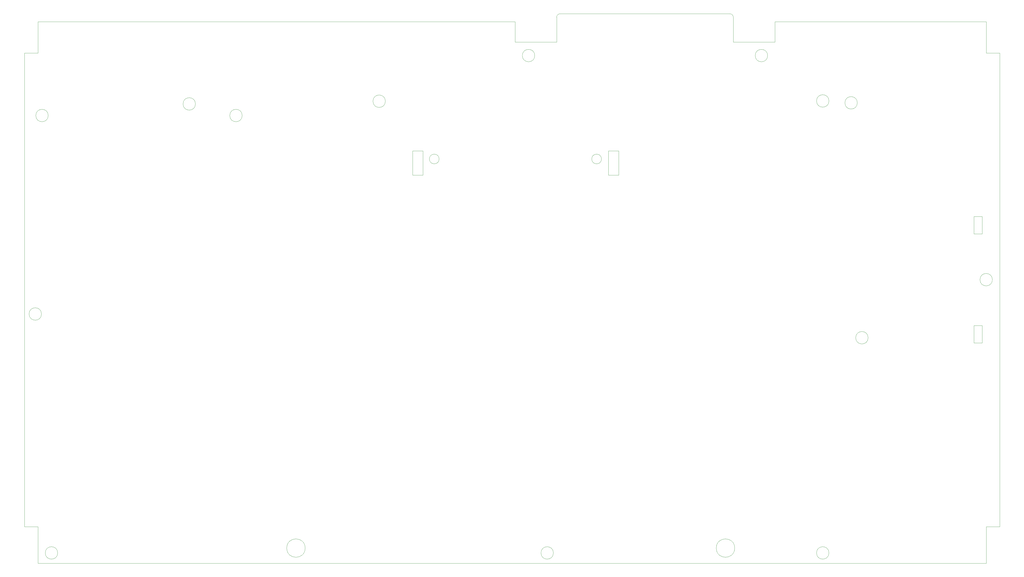
<source format=gm1>
G04 #@! TF.GenerationSoftware,KiCad,Pcbnew,(5.1.9-0-10_14)*
G04 #@! TF.CreationDate,2021-03-15T15:37:22+01:00*
G04 #@! TF.ProjectId,Atari800XL,41746172-6938-4303-9058-4c2e6b696361,rev?*
G04 #@! TF.SameCoordinates,Original*
G04 #@! TF.FileFunction,Profile,NP*
%FSLAX46Y46*%
G04 Gerber Fmt 4.6, Leading zero omitted, Abs format (unit mm)*
G04 Created by KiCad (PCBNEW (5.1.9-0-10_14)) date 2021-03-15 15:37:22*
%MOMM*%
%LPD*%
G01*
G04 APERTURE LIST*
G04 #@! TA.AperFunction,Profile*
%ADD10C,0.050000*%
G04 #@! TD*
G04 APERTURE END LIST*
D10*
X291600000Y-28700000D02*
G75*
G02*
X292900000Y-30000000I0J-1300000D01*
G01*
X227500000Y-30000000D02*
G75*
G02*
X228800000Y-28700000I1300000J0D01*
G01*
X385000000Y-150600000D02*
X382000000Y-150600000D01*
X382000000Y-144200000D02*
X385000000Y-144200000D01*
X385000000Y-144200000D02*
X385000000Y-150600000D01*
X382000000Y-150600000D02*
X382000000Y-144200000D01*
X382000000Y-110200000D02*
X382000000Y-103800000D01*
X385000000Y-110200000D02*
X382000000Y-110200000D01*
X385000000Y-103800000D02*
X385000000Y-110200000D01*
X382000000Y-103800000D02*
X385000000Y-103800000D01*
X244100001Y-82500000D02*
G75*
G03*
X244100001Y-82500000I-1802776J0D01*
G01*
X250500000Y-79500000D02*
X250500000Y-88500000D01*
X246700000Y-79500000D02*
X250500000Y-79500000D01*
X250500000Y-88500000D02*
X246700000Y-88500000D01*
X246700000Y-88500000D02*
X246700000Y-79500000D01*
X184000000Y-82500000D02*
G75*
G03*
X184000000Y-82500000I-1800000J0D01*
G01*
X174200000Y-88500000D02*
X174200000Y-79500000D01*
X178000000Y-88500000D02*
X174200000Y-88500000D01*
X178000000Y-79500000D02*
X178000000Y-88500000D01*
X174200000Y-79500000D02*
X178000000Y-79500000D01*
X388800000Y-127200000D02*
G75*
G03*
X388800000Y-127200000I-2300000J0D01*
G01*
X293405877Y-226600000D02*
G75*
G03*
X293405877Y-226600000I-3405877J0D01*
G01*
X134405877Y-226600000D02*
G75*
G03*
X134405877Y-226600000I-3405877J0D01*
G01*
X342800000Y-148700000D02*
G75*
G03*
X342800000Y-148700000I-2300000J0D01*
G01*
X328300000Y-61000000D02*
G75*
G03*
X328300000Y-61000000I-2300000J0D01*
G01*
X338800000Y-61700000D02*
G75*
G03*
X338800000Y-61700000I-2300000J0D01*
G01*
X305600000Y-44200000D02*
G75*
G03*
X305600000Y-44200000I-2300000J0D01*
G01*
X219400000Y-44200000D02*
G75*
G03*
X219400000Y-44200000I-2300000J0D01*
G01*
X164100000Y-61100000D02*
G75*
G03*
X164100000Y-61100000I-2300000J0D01*
G01*
X93800000Y-62100000D02*
G75*
G03*
X93800000Y-62100000I-2300000J0D01*
G01*
X111100000Y-66400000D02*
G75*
G03*
X111100000Y-66400000I-2300000J0D01*
G01*
X39300000Y-66400000D02*
G75*
G03*
X39300000Y-66400000I-2300000J0D01*
G01*
X36800000Y-139900000D02*
G75*
G03*
X36800000Y-139900000I-2300000J0D01*
G01*
X328300000Y-228400000D02*
G75*
G03*
X328300000Y-228400000I-2300000J0D01*
G01*
X226300000Y-228400000D02*
G75*
G03*
X226300000Y-228400000I-2300000J0D01*
G01*
X42800000Y-228400000D02*
G75*
G03*
X42800000Y-228400000I-2300000J0D01*
G01*
X308300000Y-31700000D02*
X308300000Y-39200000D01*
X292900000Y-30000000D02*
X292900000Y-39200000D01*
X308300000Y-31700000D02*
X386500000Y-31700000D01*
X227500000Y-39200000D02*
X227500000Y-30000000D01*
X292900000Y-39200000D02*
X308300000Y-39200000D01*
X212100000Y-31700000D02*
X212100000Y-39200000D01*
X228800000Y-28700000D02*
X291600000Y-28700000D01*
X212100000Y-31700000D02*
X212100000Y-31700000D01*
X212100000Y-31700000D02*
X212100000Y-31700000D01*
X212100000Y-39200000D02*
X227500000Y-39200000D01*
X35500000Y-218700000D02*
X30500000Y-218700000D01*
X35500000Y-232200000D02*
X35500000Y-218700000D01*
X386500000Y-218700000D02*
X391500000Y-218700000D01*
X386500000Y-232200000D02*
X386500000Y-218700000D01*
X386500000Y-43300000D02*
X391500000Y-43300000D01*
X386500000Y-31700000D02*
X386500000Y-43300000D01*
X35500000Y-43300000D02*
X30500000Y-43300000D01*
X35500000Y-31700000D02*
X35500000Y-43300000D01*
X30500000Y-218700000D02*
X30500000Y-43300000D01*
X386500000Y-232200000D02*
X35500000Y-232200000D01*
X391500000Y-43300000D02*
X391500000Y-218700000D01*
X35500000Y-31700000D02*
X212100000Y-31700000D01*
M02*

</source>
